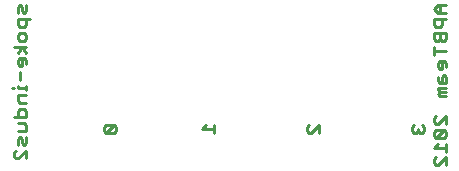
<source format=gbo>
G75*
G70*
%OFA0B0*%
%FSLAX24Y24*%
%IPPOS*%
%LPD*%
%AMOC8*
5,1,8,0,0,1.08239X$1,22.5*
%
%ADD10C,0.0100*%
D10*
X000518Y003874D02*
X000451Y003940D01*
X000451Y004074D01*
X000518Y004140D01*
X000584Y004334D02*
X000584Y004534D01*
X000651Y004601D01*
X000718Y004534D01*
X000718Y004401D01*
X000784Y004334D01*
X000851Y004401D01*
X000851Y004601D01*
X000851Y004794D02*
X000584Y004794D01*
X000584Y005061D02*
X000784Y005061D01*
X000851Y004994D01*
X000851Y004794D01*
X000851Y005255D02*
X000451Y005255D01*
X000584Y005255D02*
X000584Y005455D01*
X000651Y005521D01*
X000784Y005521D01*
X000851Y005455D01*
X000851Y005255D01*
X000851Y005715D02*
X000651Y005715D01*
X000584Y005782D01*
X000584Y005982D01*
X000851Y005982D01*
X000851Y006155D02*
X000851Y006289D01*
X000851Y006222D02*
X000584Y006222D01*
X000584Y006289D01*
X000451Y006222D02*
X000384Y006222D01*
X000651Y006482D02*
X000651Y006749D01*
X000651Y006943D02*
X000584Y007009D01*
X000584Y007143D01*
X000651Y007209D01*
X000784Y007209D01*
X000851Y007143D01*
X000851Y007009D01*
X000718Y006943D02*
X000718Y007209D01*
X000851Y007393D02*
X000718Y007593D01*
X000584Y007393D01*
X000451Y007593D02*
X000851Y007593D01*
X000784Y007786D02*
X000651Y007786D01*
X000584Y007853D01*
X000584Y007987D01*
X000651Y008053D01*
X000784Y008053D01*
X000851Y007987D01*
X000851Y007853D01*
X000784Y007786D01*
X000784Y008247D02*
X000651Y008247D01*
X000584Y008314D01*
X000584Y008514D01*
X000985Y008514D01*
X000851Y008514D02*
X000851Y008314D01*
X000784Y008247D01*
X000784Y008707D02*
X000718Y008774D01*
X000718Y008907D01*
X000651Y008974D01*
X000584Y008907D01*
X000584Y008707D01*
X000784Y008707D02*
X000851Y008774D01*
X000851Y008974D01*
X000718Y006943D02*
X000651Y006943D01*
X003451Y004907D02*
X003451Y004774D01*
X003518Y004707D01*
X003784Y004974D01*
X003851Y004907D01*
X003851Y004774D01*
X003784Y004707D01*
X003518Y004707D01*
X003451Y004907D02*
X003518Y004974D01*
X003784Y004974D01*
X006701Y004841D02*
X007101Y004841D01*
X007101Y004974D02*
X007101Y004707D01*
X006834Y004974D02*
X006701Y004841D01*
X010201Y004774D02*
X010201Y004907D01*
X010268Y004974D01*
X010201Y004774D02*
X010268Y004707D01*
X010334Y004707D01*
X010601Y004974D01*
X010601Y004707D01*
X013701Y004774D02*
X013768Y004707D01*
X013834Y004707D01*
X013901Y004774D01*
X013968Y004707D01*
X014034Y004707D01*
X014101Y004774D01*
X014101Y004907D01*
X014034Y004974D01*
X013901Y004841D02*
X013901Y004774D01*
X013701Y004774D02*
X013701Y004907D01*
X013768Y004974D01*
X014451Y005091D02*
X014451Y005225D01*
X014518Y005291D01*
X014451Y005091D02*
X014518Y005024D01*
X014584Y005024D01*
X014851Y005291D01*
X014851Y005024D01*
X014784Y004831D02*
X014518Y004831D01*
X014451Y004764D01*
X014451Y004631D01*
X014518Y004564D01*
X014784Y004831D01*
X014851Y004764D01*
X014851Y004631D01*
X014784Y004564D01*
X014518Y004564D01*
X014584Y004371D02*
X014451Y004237D01*
X014851Y004237D01*
X014851Y004104D02*
X014851Y004371D01*
X014851Y003910D02*
X014584Y003643D01*
X014518Y003643D01*
X014451Y003710D01*
X014451Y003844D01*
X014518Y003910D01*
X014851Y003910D02*
X014851Y003643D01*
X014851Y005945D02*
X014651Y005945D01*
X014584Y006012D01*
X014651Y006079D01*
X014851Y006079D01*
X014651Y006079D02*
X014584Y006145D01*
X014584Y006212D01*
X014851Y006212D01*
X014851Y006405D02*
X014651Y006405D01*
X014584Y006472D01*
X014584Y006606D01*
X014718Y006606D02*
X014718Y006405D01*
X014851Y006405D02*
X014851Y006606D01*
X014784Y006672D01*
X014718Y006606D01*
X014718Y006866D02*
X014718Y007133D01*
X014784Y007133D02*
X014651Y007133D01*
X014584Y007066D01*
X014584Y006933D01*
X014651Y006866D01*
X014718Y006866D01*
X014851Y006933D02*
X014851Y007066D01*
X014784Y007133D01*
X014851Y007460D02*
X014451Y007460D01*
X014451Y007593D02*
X014451Y007326D01*
X014518Y007786D02*
X014584Y007786D01*
X014651Y007853D01*
X014651Y008053D01*
X014851Y008053D02*
X014451Y008053D01*
X014451Y007853D01*
X014518Y007786D01*
X014651Y007853D02*
X014718Y007786D01*
X014784Y007786D01*
X014851Y007853D01*
X014851Y008053D01*
X014651Y008247D02*
X014518Y008247D01*
X014451Y008314D01*
X014451Y008514D01*
X014851Y008514D01*
X014718Y008514D02*
X014718Y008314D01*
X014651Y008247D01*
X014651Y008707D02*
X014651Y008974D01*
X014584Y008974D02*
X014451Y008841D01*
X014584Y008707D01*
X014851Y008707D01*
X014851Y008974D02*
X014584Y008974D01*
X000851Y004140D02*
X000851Y003874D01*
X000851Y004140D02*
X000584Y003874D01*
X000518Y003874D01*
M02*

</source>
